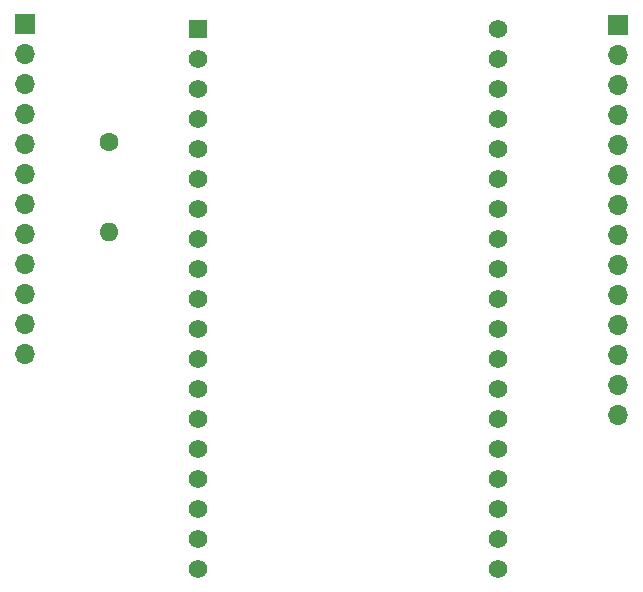
<source format=gbr>
%TF.GenerationSoftware,KiCad,Pcbnew,8.0.8*%
%TF.CreationDate,2025-04-09T16:19:13-04:00*%
%TF.ProjectId,ESP32PCB,45535033-3250-4434-922e-6b696361645f,rev?*%
%TF.SameCoordinates,Original*%
%TF.FileFunction,Copper,L1,Top*%
%TF.FilePolarity,Positive*%
%FSLAX46Y46*%
G04 Gerber Fmt 4.6, Leading zero omitted, Abs format (unit mm)*
G04 Created by KiCad (PCBNEW 8.0.8) date 2025-04-09 16:19:13*
%MOMM*%
%LPD*%
G01*
G04 APERTURE LIST*
%TA.AperFunction,ComponentPad*%
%ADD10C,1.600000*%
%TD*%
%TA.AperFunction,ComponentPad*%
%ADD11O,1.600000X1.600000*%
%TD*%
%TA.AperFunction,ComponentPad*%
%ADD12R,1.560000X1.560000*%
%TD*%
%TA.AperFunction,ComponentPad*%
%ADD13C,1.560000*%
%TD*%
%TA.AperFunction,ComponentPad*%
%ADD14R,1.700000X1.700000*%
%TD*%
%TA.AperFunction,ComponentPad*%
%ADD15O,1.700000X1.700000*%
%TD*%
G04 APERTURE END LIST*
D10*
%TO.P,R1,1*%
%TO.N,Net-(J1-Pin_5)*%
X149950000Y-54630000D03*
D11*
%TO.P,R1,2*%
%TO.N,Net-(U1-IO25)*%
X149950000Y-62250000D03*
%TD*%
D12*
%TO.P,U1,J2-1,3V3*%
%TO.N,Net-(J1-Pin_1)*%
X157500000Y-45050000D03*
D13*
%TO.P,U1,J2-2,EN*%
%TO.N,unconnected-(U1-EN-PadJ2-2)*%
X157500000Y-47590000D03*
%TO.P,U1,J2-3,SENSOR_VP*%
%TO.N,unconnected-(U1-SENSOR_VP-PadJ2-3)*%
X157500000Y-50130000D03*
%TO.P,U1,J2-4,SENSOR_VN*%
%TO.N,unconnected-(U1-SENSOR_VN-PadJ2-4)*%
X157500000Y-52670000D03*
%TO.P,U1,J2-5,IO34*%
%TO.N,unconnected-(U1-IO34-PadJ2-5)*%
X157500000Y-55210000D03*
%TO.P,U1,J2-6,IO35*%
%TO.N,Net-(J1-Pin_2)*%
X157500000Y-57750000D03*
%TO.P,U1,J2-7,IO32*%
%TO.N,Net-(J1-Pin_3)*%
X157500000Y-60290000D03*
%TO.P,U1,J2-8,IO33*%
%TO.N,Net-(J1-Pin_4)*%
X157500000Y-62830000D03*
%TO.P,U1,J2-9,IO25*%
%TO.N,Net-(U1-IO25)*%
X157500000Y-65370000D03*
%TO.P,U1,J2-10,IO26*%
%TO.N,Net-(J1-Pin_6)*%
X157500000Y-67910000D03*
%TO.P,U1,J2-11,IO27*%
%TO.N,Net-(J1-Pin_7)*%
X157500000Y-70450000D03*
%TO.P,U1,J2-12,IO14*%
%TO.N,Net-(J1-Pin_8)*%
X157500000Y-72990000D03*
%TO.P,U1,J2-13,IO12*%
%TO.N,Net-(J1-Pin_9)*%
X157500000Y-75530000D03*
%TO.P,U1,J2-14,GND1*%
%TO.N,Net-(J1-Pin_10)*%
X157500000Y-78070000D03*
%TO.P,U1,J2-15,IO13*%
%TO.N,Net-(J1-Pin_11)*%
X157500000Y-80610000D03*
%TO.P,U1,J2-16,SD2*%
%TO.N,unconnected-(U1-SD2-PadJ2-16)*%
X157500000Y-83150000D03*
%TO.P,U1,J2-17,SD3*%
%TO.N,unconnected-(U1-SD3-PadJ2-17)*%
X157500000Y-85690000D03*
%TO.P,U1,J2-18,CMD*%
%TO.N,unconnected-(U1-CMD-PadJ2-18)*%
X157500000Y-88230000D03*
%TO.P,U1,J2-19,EXT_5V*%
%TO.N,Net-(J1-Pin_12)*%
X157500000Y-90770000D03*
%TO.P,U1,J3-1,GND3*%
%TO.N,Net-(J1-Pin_10)*%
X182900000Y-45050000D03*
%TO.P,U1,J3-2,IO23*%
%TO.N,Net-(J2-Pin_2)*%
X182900000Y-47590000D03*
%TO.P,U1,J3-3,IO22*%
%TO.N,Net-(J2-Pin_3)*%
X182900000Y-50130000D03*
%TO.P,U1,J3-4,TXD0*%
%TO.N,unconnected-(U1-TXD0-PadJ3-4)*%
X182900000Y-52670000D03*
%TO.P,U1,J3-5,RXD0*%
%TO.N,unconnected-(U1-RXD0-PadJ3-5)*%
X182900000Y-55210000D03*
%TO.P,U1,J3-6,IO21*%
%TO.N,Net-(J2-Pin_4)*%
X182900000Y-57750000D03*
%TO.P,U1,J3-7,GND2*%
%TO.N,Net-(J1-Pin_10)*%
X182900000Y-60290000D03*
%TO.P,U1,J3-8,IO19*%
%TO.N,Net-(J2-Pin_5)*%
X182900000Y-62830000D03*
%TO.P,U1,J3-9,IO18*%
%TO.N,Net-(J2-Pin_6)*%
X182900000Y-65370000D03*
%TO.P,U1,J3-10,IO5*%
%TO.N,Net-(J2-Pin_7)*%
X182900000Y-67910000D03*
%TO.P,U1,J3-11,IO17*%
%TO.N,Net-(J2-Pin_8)*%
X182900000Y-70450000D03*
%TO.P,U1,J3-12,IO16*%
%TO.N,Net-(J2-Pin_9)*%
X182900000Y-72990000D03*
%TO.P,U1,J3-13,IO4*%
%TO.N,Net-(J2-Pin_10)*%
X182900000Y-75530000D03*
%TO.P,U1,J3-14,IO0*%
%TO.N,Net-(J2-Pin_11)*%
X182900000Y-78070000D03*
%TO.P,U1,J3-15,IO2*%
%TO.N,Net-(J2-Pin_12)*%
X182900000Y-80610000D03*
%TO.P,U1,J3-16,IO15*%
%TO.N,Net-(J2-Pin_13)*%
X182900000Y-83150000D03*
%TO.P,U1,J3-17,SD1*%
%TO.N,unconnected-(U1-SD1-PadJ3-17)*%
X182900000Y-85690000D03*
%TO.P,U1,J3-18,SD0*%
%TO.N,unconnected-(U1-SD0-PadJ3-18)*%
X182900000Y-88230000D03*
%TO.P,U1,J3-19,CLK*%
%TO.N,unconnected-(U1-CLK-PadJ3-19)*%
X182900000Y-90770000D03*
%TD*%
D14*
%TO.P,J2,1,Pin_1*%
%TO.N,Net-(J1-Pin_10)*%
X193040000Y-44704000D03*
D15*
%TO.P,J2,2,Pin_2*%
%TO.N,Net-(J2-Pin_2)*%
X193040000Y-47244000D03*
%TO.P,J2,3,Pin_3*%
%TO.N,Net-(J2-Pin_3)*%
X193040000Y-49784000D03*
%TO.P,J2,4,Pin_4*%
%TO.N,Net-(J2-Pin_4)*%
X193040000Y-52324000D03*
%TO.P,J2,5,Pin_5*%
%TO.N,Net-(J2-Pin_5)*%
X193040000Y-54864000D03*
%TO.P,J2,6,Pin_6*%
%TO.N,Net-(J2-Pin_6)*%
X193040000Y-57404000D03*
%TO.P,J2,7,Pin_7*%
%TO.N,Net-(J2-Pin_7)*%
X193040000Y-59944000D03*
%TO.P,J2,8,Pin_8*%
%TO.N,Net-(J2-Pin_8)*%
X193040000Y-62484000D03*
%TO.P,J2,9,Pin_9*%
%TO.N,Net-(J2-Pin_9)*%
X193040000Y-65024000D03*
%TO.P,J2,10,Pin_10*%
%TO.N,Net-(J2-Pin_10)*%
X193040000Y-67564000D03*
%TO.P,J2,11,Pin_11*%
%TO.N,Net-(J2-Pin_11)*%
X193040000Y-70104000D03*
%TO.P,J2,12,Pin_12*%
%TO.N,Net-(J2-Pin_12)*%
X193040000Y-72644000D03*
%TO.P,J2,13,Pin_13*%
%TO.N,Net-(J2-Pin_13)*%
X193040000Y-75184000D03*
%TO.P,J2,14,Pin_14*%
%TO.N,unconnected-(J2-Pin_14-Pad14)*%
X193040000Y-77724000D03*
%TD*%
D14*
%TO.P,J1,1,Pin_1*%
%TO.N,Net-(J1-Pin_1)*%
X142900000Y-44680000D03*
D15*
%TO.P,J1,2,Pin_2*%
%TO.N,Net-(J1-Pin_2)*%
X142900000Y-47220000D03*
%TO.P,J1,3,Pin_3*%
%TO.N,Net-(J1-Pin_3)*%
X142900000Y-49760000D03*
%TO.P,J1,4,Pin_4*%
%TO.N,Net-(J1-Pin_4)*%
X142900000Y-52300000D03*
%TO.P,J1,5,Pin_5*%
%TO.N,Net-(J1-Pin_5)*%
X142900000Y-54840000D03*
%TO.P,J1,6,Pin_6*%
%TO.N,Net-(J1-Pin_6)*%
X142900000Y-57380000D03*
%TO.P,J1,7,Pin_7*%
%TO.N,Net-(J1-Pin_7)*%
X142900000Y-59920000D03*
%TO.P,J1,8,Pin_8*%
%TO.N,Net-(J1-Pin_8)*%
X142900000Y-62460000D03*
%TO.P,J1,9,Pin_9*%
%TO.N,Net-(J1-Pin_9)*%
X142900000Y-65000000D03*
%TO.P,J1,10,Pin_10*%
%TO.N,Net-(J1-Pin_10)*%
X142900000Y-67540000D03*
%TO.P,J1,11,Pin_11*%
%TO.N,Net-(J1-Pin_11)*%
X142900000Y-70080000D03*
%TO.P,J1,12,Pin_12*%
%TO.N,Net-(J1-Pin_12)*%
X142900000Y-72620000D03*
%TD*%
M02*

</source>
